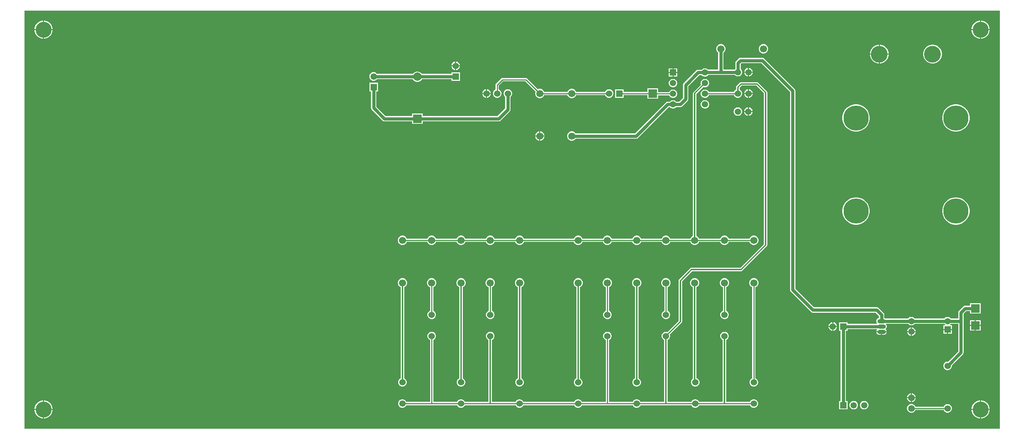
<source format=gtl>
G04*
G04 #@! TF.GenerationSoftware,Altium Limited,CircuitMaker,2.2.1 (2.2.1.6)*
G04*
G04 Layer_Physical_Order=1*
G04 Layer_Color=25308*
%FSAX24Y24*%
%MOIN*%
G70*
G04*
G04 #@! TF.SameCoordinates,9E9C5540-E167-4C1C-9640-90AE9AA1DF71*
G04*
G04*
G04 #@! TF.FilePolarity,Positive*
G04*
G01*
G75*
%ADD13C,0.0100*%
%ADD37R,0.0787X0.0787*%
%ADD38C,0.0300*%
%ADD39C,0.0120*%
%ADD40C,0.0669*%
%ADD41C,0.0787*%
%ADD42R,0.0600X0.0600*%
%ADD43C,0.0600*%
%ADD44C,0.1500*%
%ADD45C,0.0591*%
%ADD46R,0.0591X0.0591*%
%ADD47C,0.0630*%
%ADD48R,0.0591X0.0591*%
%ADD49O,0.0787X0.0394*%
%ADD50O,0.0787X0.0394*%
%ADD51C,0.2362*%
%ADD52C,0.1575*%
%ADD53R,0.0600X0.0600*%
%ADD54R,0.0610X0.0610*%
%ADD55C,0.0610*%
G36*
X101600Y010000D02*
X010000D01*
Y049300D01*
X101600D01*
Y010000D01*
D02*
G37*
%LPC*%
G36*
X099884Y048350D02*
X099850D01*
Y047550D01*
X100650D01*
Y047584D01*
X100617Y047748D01*
X100553Y047903D01*
X100460Y048042D01*
X100342Y048160D01*
X100203Y048253D01*
X100048Y048317D01*
X099884Y048350D01*
D02*
G37*
G36*
X099750D02*
X099716D01*
X099552Y048317D01*
X099397Y048253D01*
X099258Y048160D01*
X099140Y048042D01*
X099047Y047903D01*
X098983Y047748D01*
X098950Y047584D01*
Y047550D01*
X099750D01*
Y048350D01*
D02*
G37*
G36*
X011884D02*
X011850D01*
Y047550D01*
X012650D01*
Y047584D01*
X012617Y047748D01*
X012553Y047903D01*
X012460Y048042D01*
X012342Y048160D01*
X012203Y048253D01*
X012048Y048317D01*
X011884Y048350D01*
D02*
G37*
G36*
X011750D02*
X011716D01*
X011552Y048317D01*
X011397Y048253D01*
X011258Y048160D01*
X011140Y048042D01*
X011047Y047903D01*
X010983Y047748D01*
X010950Y047584D01*
Y047550D01*
X011750D01*
Y048350D01*
D02*
G37*
G36*
X100650Y047450D02*
X099850D01*
Y046650D01*
X099884D01*
X100048Y046683D01*
X100203Y046747D01*
X100342Y046840D01*
X100460Y046958D01*
X100553Y047097D01*
X100617Y047252D01*
X100650Y047416D01*
Y047450D01*
D02*
G37*
G36*
X099750D02*
X098950D01*
Y047416D01*
X098983Y047252D01*
X099047Y047097D01*
X099140Y046958D01*
X099258Y046840D01*
X099397Y046747D01*
X099552Y046683D01*
X099716Y046650D01*
X099750D01*
Y047450D01*
D02*
G37*
G36*
X012650D02*
X011850D01*
Y046650D01*
X011884D01*
X012048Y046683D01*
X012203Y046747D01*
X012342Y046840D01*
X012460Y046958D01*
X012553Y047097D01*
X012617Y047252D01*
X012650Y047416D01*
Y047450D01*
D02*
G37*
G36*
X011750D02*
X010950D01*
Y047416D01*
X010983Y047252D01*
X011047Y047097D01*
X011140Y046958D01*
X011258Y046840D01*
X011397Y046747D01*
X011552Y046683D01*
X011716Y046650D01*
X011750D01*
Y047450D01*
D02*
G37*
G36*
X079457Y046135D02*
X079343D01*
X079232Y046105D01*
X079133Y046048D01*
X079052Y045967D01*
X078995Y045868D01*
X078965Y045757D01*
Y045643D01*
X078995Y045532D01*
X079052Y045433D01*
X079133Y045352D01*
X079232Y045295D01*
X079343Y045265D01*
X079457D01*
X079568Y045295D01*
X079667Y045352D01*
X079748Y045433D01*
X079805Y045532D01*
X079835Y045643D01*
Y045757D01*
X079805Y045868D01*
X079748Y045967D01*
X079667Y046048D01*
X079568Y046105D01*
X079457Y046135D01*
D02*
G37*
G36*
X090378Y046087D02*
X090341D01*
Y045250D01*
X091178D01*
Y045287D01*
X091144Y045459D01*
X091077Y045620D01*
X090980Y045766D01*
X090857Y045889D01*
X090711Y045986D01*
X090550Y046053D01*
X090378Y046087D01*
D02*
G37*
G36*
X090241D02*
X090204D01*
X090032Y046053D01*
X089871Y045986D01*
X089725Y045889D01*
X089602Y045766D01*
X089505Y045620D01*
X089438Y045459D01*
X089404Y045287D01*
Y045250D01*
X090241D01*
Y046087D01*
D02*
G37*
G36*
X095378D02*
X095204D01*
X095032Y046053D01*
X094871Y045986D01*
X094725Y045889D01*
X094602Y045766D01*
X094505Y045620D01*
X094438Y045459D01*
X094404Y045287D01*
Y045113D01*
X094438Y044941D01*
X094505Y044780D01*
X094602Y044634D01*
X094725Y044511D01*
X094871Y044414D01*
X095032Y044347D01*
X095204Y044313D01*
X095378D01*
X095550Y044347D01*
X095711Y044414D01*
X095857Y044511D01*
X095980Y044634D01*
X096077Y044780D01*
X096144Y044941D01*
X096178Y045113D01*
Y045287D01*
X096144Y045459D01*
X096077Y045620D01*
X095980Y045766D01*
X095857Y045889D01*
X095711Y045986D01*
X095550Y046053D01*
X095378Y046087D01*
D02*
G37*
G36*
X091178Y045150D02*
X090341D01*
Y044313D01*
X090378D01*
X090550Y044347D01*
X090711Y044414D01*
X090857Y044511D01*
X090980Y044634D01*
X091077Y044780D01*
X091144Y044941D01*
X091178Y045113D01*
Y045150D01*
D02*
G37*
G36*
X090241D02*
X089404D01*
Y045113D01*
X089438Y044941D01*
X089505Y044780D01*
X089602Y044634D01*
X089725Y044511D01*
X089871Y044414D01*
X090032Y044347D01*
X090204Y044313D01*
X090241D01*
Y045150D01*
D02*
G37*
G36*
X050553Y044500D02*
X050550D01*
Y044150D01*
X050900D01*
Y044153D01*
X050873Y044254D01*
X050820Y044346D01*
X050746Y044420D01*
X050654Y044473D01*
X050553Y044500D01*
D02*
G37*
G36*
X050450D02*
X050447D01*
X050346Y044473D01*
X050254Y044420D01*
X050180Y044346D01*
X050127Y044254D01*
X050100Y044153D01*
Y044150D01*
X050450D01*
Y044500D01*
D02*
G37*
G36*
X050900Y044050D02*
X050550D01*
Y043700D01*
X050553D01*
X050654Y043727D01*
X050746Y043780D01*
X050820Y043854D01*
X050873Y043946D01*
X050900Y044047D01*
Y044050D01*
D02*
G37*
G36*
X050450D02*
X050100D01*
Y044047D01*
X050127Y043946D01*
X050180Y043854D01*
X050254Y043780D01*
X050346Y043727D01*
X050447Y043700D01*
X050450D01*
Y044050D01*
D02*
G37*
G36*
X078052Y043895D02*
X078050D01*
Y043550D01*
X078395D01*
Y043552D01*
X078368Y043653D01*
X078316Y043743D01*
X078243Y043816D01*
X078153Y043868D01*
X078052Y043895D01*
D02*
G37*
G36*
X077950D02*
X077948D01*
X077847Y043868D01*
X077757Y043816D01*
X077684Y043743D01*
X077632Y043653D01*
X077605Y043552D01*
Y043550D01*
X077950D01*
Y043895D01*
D02*
G37*
G36*
X071310Y043866D02*
X070964D01*
Y043521D01*
X071310D01*
Y043866D01*
D02*
G37*
G36*
X070864D02*
X070519D01*
Y043521D01*
X070864D01*
Y043866D01*
D02*
G37*
G36*
X046965Y043562D02*
X046835D01*
X046709Y043529D01*
X046597Y043464D01*
X046505Y043372D01*
X046495Y043355D01*
X043118D01*
X043049Y043424D01*
X042956Y043478D01*
X042853Y043505D01*
X042747D01*
X042644Y043478D01*
X042551Y043424D01*
X042476Y043349D01*
X042422Y043256D01*
X042395Y043153D01*
Y043047D01*
X042422Y042944D01*
X042476Y042851D01*
X042551Y042776D01*
X042644Y042722D01*
X042747Y042695D01*
X042853D01*
X042956Y042722D01*
X043049Y042776D01*
X043118Y042845D01*
X046459D01*
X046505Y042765D01*
X046597Y042673D01*
X046709Y042608D01*
X046835Y042575D01*
X046965D01*
X047091Y042608D01*
X047203Y042673D01*
X047295Y042765D01*
X047341Y042845D01*
X050100D01*
Y042700D01*
X050900D01*
Y043500D01*
X050100D01*
Y043355D01*
X047305D01*
X047295Y043372D01*
X047203Y043464D01*
X047091Y043529D01*
X046965Y043562D01*
D02*
G37*
G36*
X078395Y043450D02*
X078050D01*
Y043105D01*
X078052D01*
X078153Y043132D01*
X078243Y043184D01*
X078316Y043257D01*
X078368Y043347D01*
X078395Y043448D01*
Y043450D01*
D02*
G37*
G36*
X077950D02*
X077605D01*
Y043448D01*
X077632Y043347D01*
X077684Y043257D01*
X077757Y043184D01*
X077847Y043132D01*
X077948Y043105D01*
X077950D01*
Y043450D01*
D02*
G37*
G36*
X071310Y043421D02*
X070964D01*
Y043076D01*
X071310D01*
Y043421D01*
D02*
G37*
G36*
X070864D02*
X070519D01*
Y043076D01*
X070864D01*
Y043421D01*
D02*
G37*
G36*
X073966Y042866D02*
X073862D01*
X073762Y042839D01*
X073672Y042787D01*
X073598Y042714D01*
X073546Y042623D01*
X073519Y042523D01*
Y042419D01*
X073543Y042330D01*
X072835Y041622D01*
X072799Y041569D01*
X072787Y041507D01*
Y028106D01*
X072782Y028105D01*
X072683Y028048D01*
X072602Y027967D01*
X072545Y027868D01*
X072541Y027853D01*
X070659D01*
X070655Y027868D01*
X070598Y027967D01*
X070517Y028048D01*
X070418Y028105D01*
X070307Y028135D01*
X070193D01*
X070082Y028105D01*
X069983Y028048D01*
X069902Y027967D01*
X069845Y027868D01*
X069841Y027853D01*
X067909D01*
X067905Y027868D01*
X067848Y027967D01*
X067767Y028048D01*
X067668Y028105D01*
X067557Y028135D01*
X067443D01*
X067332Y028105D01*
X067233Y028048D01*
X067152Y027967D01*
X067095Y027868D01*
X067091Y027853D01*
X065159D01*
X065155Y027868D01*
X065098Y027967D01*
X065017Y028048D01*
X064918Y028105D01*
X064807Y028135D01*
X064693D01*
X064582Y028105D01*
X064483Y028048D01*
X064402Y027967D01*
X064345Y027868D01*
X064341Y027853D01*
X062409D01*
X062405Y027868D01*
X062348Y027967D01*
X062267Y028048D01*
X062168Y028105D01*
X062057Y028135D01*
X061943D01*
X061832Y028105D01*
X061733Y028048D01*
X061652Y027967D01*
X061595Y027868D01*
X061591Y027853D01*
X056909D01*
X056905Y027868D01*
X056848Y027967D01*
X056767Y028048D01*
X056668Y028105D01*
X056557Y028135D01*
X056443D01*
X056332Y028105D01*
X056233Y028048D01*
X056152Y027967D01*
X056095Y027868D01*
X056091Y027853D01*
X054159D01*
X054155Y027868D01*
X054098Y027967D01*
X054017Y028048D01*
X053918Y028105D01*
X053807Y028135D01*
X053693D01*
X053582Y028105D01*
X053483Y028048D01*
X053402Y027967D01*
X053345Y027868D01*
X053341Y027853D01*
X051409D01*
X051405Y027868D01*
X051348Y027967D01*
X051267Y028048D01*
X051168Y028105D01*
X051057Y028135D01*
X050943D01*
X050832Y028105D01*
X050733Y028048D01*
X050652Y027967D01*
X050595Y027868D01*
X050591Y027853D01*
X048659D01*
X048655Y027868D01*
X048598Y027967D01*
X048517Y028048D01*
X048418Y028105D01*
X048307Y028135D01*
X048193D01*
X048082Y028105D01*
X047983Y028048D01*
X047902Y027967D01*
X047845Y027868D01*
X047841Y027853D01*
X045909D01*
X045905Y027868D01*
X045848Y027967D01*
X045767Y028048D01*
X045668Y028105D01*
X045557Y028135D01*
X045443D01*
X045332Y028105D01*
X045233Y028048D01*
X045152Y027967D01*
X045095Y027868D01*
X045065Y027757D01*
Y027643D01*
X045095Y027532D01*
X045152Y027433D01*
X045233Y027352D01*
X045332Y027295D01*
X045443Y027265D01*
X045557D01*
X045668Y027295D01*
X045767Y027352D01*
X045848Y027433D01*
X045905Y027532D01*
X045909Y027547D01*
X047841D01*
X047845Y027532D01*
X047902Y027433D01*
X047983Y027352D01*
X048082Y027295D01*
X048193Y027265D01*
X048307D01*
X048418Y027295D01*
X048517Y027352D01*
X048598Y027433D01*
X048655Y027532D01*
X048659Y027547D01*
X050591D01*
X050595Y027532D01*
X050652Y027433D01*
X050733Y027352D01*
X050832Y027295D01*
X050943Y027265D01*
X051057D01*
X051168Y027295D01*
X051267Y027352D01*
X051348Y027433D01*
X051405Y027532D01*
X051409Y027547D01*
X053341D01*
X053345Y027532D01*
X053402Y027433D01*
X053483Y027352D01*
X053582Y027295D01*
X053693Y027265D01*
X053807D01*
X053918Y027295D01*
X054017Y027352D01*
X054098Y027433D01*
X054155Y027532D01*
X054159Y027547D01*
X056091D01*
X056095Y027532D01*
X056152Y027433D01*
X056233Y027352D01*
X056332Y027295D01*
X056443Y027265D01*
X056557D01*
X056668Y027295D01*
X056767Y027352D01*
X056848Y027433D01*
X056905Y027532D01*
X056909Y027547D01*
X061591D01*
X061595Y027532D01*
X061652Y027433D01*
X061733Y027352D01*
X061832Y027295D01*
X061943Y027265D01*
X062057D01*
X062168Y027295D01*
X062267Y027352D01*
X062348Y027433D01*
X062405Y027532D01*
X062409Y027547D01*
X064341D01*
X064345Y027532D01*
X064402Y027433D01*
X064483Y027352D01*
X064582Y027295D01*
X064693Y027265D01*
X064807D01*
X064918Y027295D01*
X065017Y027352D01*
X065098Y027433D01*
X065155Y027532D01*
X065159Y027547D01*
X067091D01*
X067095Y027532D01*
X067152Y027433D01*
X067233Y027352D01*
X067332Y027295D01*
X067443Y027265D01*
X067557D01*
X067668Y027295D01*
X067767Y027352D01*
X067848Y027433D01*
X067905Y027532D01*
X067909Y027547D01*
X069841D01*
X069845Y027532D01*
X069902Y027433D01*
X069983Y027352D01*
X070082Y027295D01*
X070193Y027265D01*
X070307D01*
X070418Y027295D01*
X070517Y027352D01*
X070598Y027433D01*
X070655Y027532D01*
X070659Y027547D01*
X072541D01*
X072545Y027532D01*
X072602Y027433D01*
X072683Y027352D01*
X072782Y027295D01*
X072893Y027265D01*
X073007D01*
X073118Y027295D01*
X073217Y027352D01*
X073298Y027433D01*
X073355Y027532D01*
X073359Y027547D01*
X075341D01*
X075345Y027532D01*
X075402Y027433D01*
X075483Y027352D01*
X075582Y027295D01*
X075693Y027265D01*
X075807D01*
X075918Y027295D01*
X076017Y027352D01*
X076098Y027433D01*
X076155Y027532D01*
X076159Y027547D01*
X078091D01*
X078095Y027532D01*
X078152Y027433D01*
X078233Y027352D01*
X078332Y027295D01*
X078443Y027265D01*
X078557D01*
X078668Y027295D01*
X078767Y027352D01*
X078848Y027433D01*
X078905Y027532D01*
X078935Y027643D01*
Y027757D01*
X078905Y027868D01*
X078848Y027967D01*
X078767Y028048D01*
X078668Y028105D01*
X078557Y028135D01*
X078443D01*
X078332Y028105D01*
X078233Y028048D01*
X078152Y027967D01*
X078095Y027868D01*
X078091Y027853D01*
X076159D01*
X076155Y027868D01*
X076098Y027967D01*
X076017Y028048D01*
X075918Y028105D01*
X075807Y028135D01*
X075693D01*
X075582Y028105D01*
X075483Y028048D01*
X075402Y027967D01*
X075345Y027868D01*
X075341Y027853D01*
X073359D01*
X073355Y027868D01*
X073298Y027967D01*
X073217Y028048D01*
X073118Y028105D01*
X073113Y028106D01*
Y041439D01*
X073773Y042099D01*
X073862Y042076D01*
X073966D01*
X074067Y042103D01*
X074157Y042155D01*
X074231Y042228D01*
X074283Y042318D01*
X074310Y042419D01*
Y042523D01*
X074283Y042623D01*
X074231Y042714D01*
X074157Y042787D01*
X074067Y042839D01*
X073966Y042866D01*
D02*
G37*
G36*
X070966D02*
X070862D01*
X070762Y042839D01*
X070672Y042787D01*
X070598Y042714D01*
X070546Y042623D01*
X070519Y042523D01*
Y042419D01*
X070546Y042318D01*
X070598Y042228D01*
X070672Y042155D01*
X070762Y042103D01*
X070862Y042076D01*
X070966D01*
X071067Y042103D01*
X071157Y042155D01*
X071231Y042228D01*
X071283Y042318D01*
X071310Y042419D01*
Y042523D01*
X071283Y042623D01*
X071231Y042714D01*
X071157Y042787D01*
X071067Y042839D01*
X070966Y042866D01*
D02*
G37*
G36*
X069494Y041994D02*
X068506D01*
Y041653D01*
X066292D01*
Y041900D01*
X065492D01*
Y041100D01*
X066292D01*
Y041347D01*
X068506D01*
Y041006D01*
X069494D01*
Y041318D01*
X070546D01*
X070598Y041228D01*
X070672Y041155D01*
X070762Y041103D01*
X070862Y041076D01*
X070966D01*
X071067Y041103D01*
X071157Y041155D01*
X071231Y041228D01*
X071283Y041318D01*
X071310Y041419D01*
Y041523D01*
X071283Y041623D01*
X071231Y041714D01*
X071157Y041787D01*
X071067Y041839D01*
X070966Y041866D01*
X070862D01*
X070762Y041839D01*
X070672Y041787D01*
X070598Y041714D01*
X070546Y041624D01*
X069494D01*
Y041994D01*
D02*
G37*
G36*
X053453Y041900D02*
X053450D01*
Y041550D01*
X053800D01*
Y041553D01*
X053773Y041654D01*
X053720Y041746D01*
X053646Y041820D01*
X053554Y041873D01*
X053453Y041900D01*
D02*
G37*
G36*
X078053D02*
X078050D01*
Y041550D01*
X078400D01*
Y041553D01*
X078373Y041654D01*
X078320Y041746D01*
X078246Y041820D01*
X078154Y041873D01*
X078053Y041900D01*
D02*
G37*
G36*
X077950D02*
X077947D01*
X077846Y041873D01*
X077754Y041820D01*
X077680Y041746D01*
X077627Y041654D01*
X077600Y041553D01*
Y041550D01*
X077950D01*
Y041900D01*
D02*
G37*
G36*
X053350D02*
X053347D01*
X053246Y041873D01*
X053154Y041820D01*
X053080Y041746D01*
X053027Y041654D01*
X053000Y041553D01*
Y041550D01*
X053350D01*
Y041900D01*
D02*
G37*
G36*
X057100Y042953D02*
X054900D01*
X054841Y042941D01*
X054792Y042908D01*
X054292Y042408D01*
X054259Y042359D01*
X054247Y042300D01*
Y041873D01*
X054246Y041873D01*
X054154Y041820D01*
X054080Y041746D01*
X054027Y041654D01*
X054000Y041553D01*
Y041447D01*
X054027Y041346D01*
X054080Y041254D01*
X054154Y041180D01*
X054246Y041127D01*
X054347Y041100D01*
X054453D01*
X054554Y041127D01*
X054646Y041180D01*
X054720Y041254D01*
X054773Y041346D01*
X054800Y041447D01*
Y041553D01*
X054773Y041654D01*
X054720Y041746D01*
X054646Y041820D01*
X054554Y041873D01*
X054553Y041873D01*
Y042237D01*
X054963Y042647D01*
X057037D01*
X058003Y041681D01*
X057995Y041668D01*
X057965Y041557D01*
Y041443D01*
X057995Y041332D01*
X058052Y041233D01*
X058133Y041152D01*
X058232Y041095D01*
X058343Y041065D01*
X058457D01*
X058568Y041095D01*
X058667Y041152D01*
X058748Y041233D01*
X058805Y041332D01*
X058809Y041347D01*
X060991D01*
X060995Y041332D01*
X061052Y041233D01*
X061133Y041152D01*
X061232Y041095D01*
X061343Y041065D01*
X061457D01*
X061568Y041095D01*
X061667Y041152D01*
X061748Y041233D01*
X061805Y041332D01*
X061809Y041347D01*
X064535D01*
X064535Y041346D01*
X064588Y041254D01*
X064662Y041180D01*
X064754Y041127D01*
X064855Y041100D01*
X064961D01*
X065062Y041127D01*
X065154Y041180D01*
X065228Y041254D01*
X065281Y041346D01*
X065308Y041447D01*
Y041553D01*
X065281Y041654D01*
X065228Y041746D01*
X065154Y041820D01*
X065062Y041873D01*
X064961Y041900D01*
X064855D01*
X064754Y041873D01*
X064662Y041820D01*
X064588Y041746D01*
X064535Y041654D01*
X064535Y041653D01*
X061809D01*
X061805Y041668D01*
X061748Y041767D01*
X061667Y041848D01*
X061568Y041905D01*
X061457Y041935D01*
X061343D01*
X061232Y041905D01*
X061133Y041848D01*
X061052Y041767D01*
X060995Y041668D01*
X060991Y041653D01*
X058809D01*
X058805Y041668D01*
X058748Y041767D01*
X058667Y041848D01*
X058568Y041905D01*
X058457Y041935D01*
X058343D01*
X058232Y041905D01*
X058219Y041897D01*
X057208Y042908D01*
X057159Y042941D01*
X057100Y042953D01*
D02*
G37*
G36*
X078400Y041450D02*
X078050D01*
Y041100D01*
X078053D01*
X078154Y041127D01*
X078246Y041180D01*
X078320Y041254D01*
X078373Y041346D01*
X078400Y041447D01*
Y041450D01*
D02*
G37*
G36*
X077950D02*
X077600D01*
Y041447D01*
X077627Y041346D01*
X077680Y041254D01*
X077754Y041180D01*
X077846Y041127D01*
X077947Y041100D01*
X077950D01*
Y041450D01*
D02*
G37*
G36*
X053800D02*
X053450D01*
Y041100D01*
X053453D01*
X053554Y041127D01*
X053646Y041180D01*
X053720Y041254D01*
X053773Y041346D01*
X053800Y041447D01*
Y041450D01*
D02*
G37*
G36*
X053350D02*
X053000D01*
Y041447D01*
X053027Y041346D01*
X053080Y041254D01*
X053154Y041180D01*
X053246Y041127D01*
X053347Y041100D01*
X053350D01*
Y041450D01*
D02*
G37*
G36*
X073966Y040866D02*
X073862D01*
X073762Y040839D01*
X073672Y040787D01*
X073598Y040714D01*
X073546Y040623D01*
X073519Y040523D01*
Y040419D01*
X073546Y040318D01*
X073598Y040228D01*
X073672Y040155D01*
X073762Y040103D01*
X073862Y040076D01*
X073966D01*
X074067Y040103D01*
X074157Y040155D01*
X074231Y040228D01*
X074283Y040318D01*
X074310Y040419D01*
Y040523D01*
X074283Y040623D01*
X074231Y040714D01*
X074157Y040787D01*
X074067Y040839D01*
X073966Y040866D01*
D02*
G37*
G36*
X078044Y040195D02*
X078042D01*
Y039850D01*
X078387D01*
Y039852D01*
X078360Y039953D01*
X078308Y040043D01*
X078235Y040116D01*
X078145Y040168D01*
X078044Y040195D01*
D02*
G37*
G36*
X077942D02*
X077940D01*
X077840Y040168D01*
X077749Y040116D01*
X077676Y040043D01*
X077624Y039953D01*
X077597Y039852D01*
Y039850D01*
X077942D01*
Y040195D01*
D02*
G37*
G36*
X078387Y039750D02*
X078042D01*
Y039405D01*
X078044D01*
X078145Y039432D01*
X078235Y039484D01*
X078308Y039557D01*
X078360Y039647D01*
X078387Y039748D01*
Y039750D01*
D02*
G37*
G36*
X077942D02*
X077597D01*
Y039748D01*
X077624Y039647D01*
X077676Y039557D01*
X077749Y039484D01*
X077840Y039432D01*
X077940Y039405D01*
X077942D01*
Y039750D01*
D02*
G37*
G36*
X077060Y040195D02*
X076956D01*
X076855Y040168D01*
X076765Y040116D01*
X076692Y040043D01*
X076640Y039953D01*
X076613Y039852D01*
Y039748D01*
X076640Y039647D01*
X076692Y039557D01*
X076765Y039484D01*
X076855Y039432D01*
X076956Y039405D01*
X077060D01*
X077160Y039432D01*
X077251Y039484D01*
X077324Y039557D01*
X077376Y039647D01*
X077403Y039748D01*
Y039852D01*
X077376Y039953D01*
X077324Y040043D01*
X077251Y040116D01*
X077160Y040168D01*
X077060Y040195D01*
D02*
G37*
G36*
X043205Y042505D02*
X042395D01*
Y041695D01*
X042545D01*
Y040150D01*
X042565Y040052D01*
X042620Y039970D01*
X043638Y038951D01*
X043721Y038896D01*
X043818Y038877D01*
X046406D01*
Y038638D01*
X047394D01*
Y038877D01*
X054531D01*
X054629Y038896D01*
X054712Y038951D01*
X055580Y039820D01*
X055635Y039902D01*
X055655Y040000D01*
Y041189D01*
X055720Y041254D01*
X055773Y041346D01*
X055800Y041447D01*
Y041553D01*
X055773Y041654D01*
X055720Y041746D01*
X055646Y041820D01*
X055554Y041873D01*
X055453Y041900D01*
X055347D01*
X055246Y041873D01*
X055154Y041820D01*
X055080Y041746D01*
X055027Y041654D01*
X055000Y041553D01*
Y041447D01*
X055027Y041346D01*
X055080Y041254D01*
X055145Y041189D01*
Y040106D01*
X054426Y039386D01*
X047394D01*
Y039625D01*
X046406D01*
Y039386D01*
X043924D01*
X043055Y040256D01*
Y041695D01*
X043205D01*
Y042505D01*
D02*
G37*
G36*
X097583Y040481D02*
X097381D01*
X097182Y040450D01*
X096990Y040387D01*
X096810Y040296D01*
X096647Y040177D01*
X096505Y040035D01*
X096386Y039871D01*
X096295Y039692D01*
X096232Y039500D01*
X096201Y039301D01*
Y039099D01*
X096232Y038900D01*
X096295Y038708D01*
X096386Y038529D01*
X096505Y038365D01*
X096647Y038223D01*
X096810Y038104D01*
X096990Y038013D01*
X097182Y037950D01*
X097381Y037919D01*
X097583D01*
X097782Y037950D01*
X097974Y038013D01*
X098153Y038104D01*
X098316Y038223D01*
X098459Y038365D01*
X098578Y038529D01*
X098669Y038708D01*
X098731Y038900D01*
X098763Y039099D01*
Y039301D01*
X098731Y039500D01*
X098669Y039692D01*
X098578Y039871D01*
X098459Y040035D01*
X098316Y040177D01*
X098153Y040296D01*
X097974Y040387D01*
X097782Y040450D01*
X097583Y040481D01*
D02*
G37*
G36*
X088201D02*
X087999D01*
X087800Y040450D01*
X087608Y040387D01*
X087429Y040296D01*
X087265Y040177D01*
X087123Y040035D01*
X087004Y039871D01*
X086913Y039692D01*
X086850Y039500D01*
X086819Y039301D01*
Y039099D01*
X086850Y038900D01*
X086913Y038708D01*
X087004Y038529D01*
X087123Y038365D01*
X087265Y038223D01*
X087429Y038104D01*
X087608Y038013D01*
X087800Y037950D01*
X087999Y037919D01*
X088201D01*
X088400Y037950D01*
X088592Y038013D01*
X088771Y038104D01*
X088935Y038223D01*
X089077Y038365D01*
X089196Y038529D01*
X089287Y038708D01*
X089350Y038900D01*
X089381Y039099D01*
Y039301D01*
X089350Y039500D01*
X089287Y039692D01*
X089196Y039871D01*
X089077Y040035D01*
X088935Y040177D01*
X088771Y040296D01*
X088592Y040387D01*
X088400Y040450D01*
X088201Y040481D01*
D02*
G37*
G36*
X058457Y037935D02*
X058450D01*
Y037550D01*
X058835D01*
Y037557D01*
X058805Y037668D01*
X058748Y037767D01*
X058667Y037848D01*
X058568Y037905D01*
X058457Y037935D01*
D02*
G37*
G36*
X058350D02*
X058343D01*
X058232Y037905D01*
X058133Y037848D01*
X058052Y037767D01*
X057995Y037668D01*
X057965Y037557D01*
Y037550D01*
X058350D01*
Y037935D01*
D02*
G37*
G36*
X058835Y037450D02*
X058450D01*
Y037065D01*
X058457D01*
X058568Y037095D01*
X058667Y037152D01*
X058748Y037233D01*
X058805Y037332D01*
X058835Y037443D01*
Y037450D01*
D02*
G37*
G36*
X058350D02*
X057965D01*
Y037443D01*
X057995Y037332D01*
X058052Y037233D01*
X058133Y037152D01*
X058232Y037095D01*
X058343Y037065D01*
X058350D01*
Y037450D01*
D02*
G37*
G36*
X097583Y031729D02*
X097381D01*
X097182Y031698D01*
X096990Y031635D01*
X096810Y031544D01*
X096647Y031425D01*
X096505Y031283D01*
X096386Y031119D01*
X096295Y030940D01*
X096232Y030748D01*
X096201Y030549D01*
Y030347D01*
X096232Y030148D01*
X096295Y029956D01*
X096386Y029777D01*
X096505Y029613D01*
X096647Y029471D01*
X096810Y029352D01*
X096990Y029261D01*
X097182Y029198D01*
X097381Y029167D01*
X097583D01*
X097782Y029198D01*
X097974Y029261D01*
X098153Y029352D01*
X098316Y029471D01*
X098459Y029613D01*
X098578Y029777D01*
X098669Y029956D01*
X098731Y030148D01*
X098763Y030347D01*
Y030549D01*
X098731Y030748D01*
X098669Y030940D01*
X098578Y031119D01*
X098459Y031283D01*
X098316Y031425D01*
X098153Y031544D01*
X097974Y031635D01*
X097782Y031698D01*
X097583Y031729D01*
D02*
G37*
G36*
X088201D02*
X087999D01*
X087800Y031698D01*
X087608Y031635D01*
X087429Y031544D01*
X087265Y031425D01*
X087123Y031283D01*
X087004Y031119D01*
X086913Y030940D01*
X086850Y030748D01*
X086819Y030549D01*
Y030347D01*
X086850Y030148D01*
X086913Y029956D01*
X087004Y029777D01*
X087123Y029613D01*
X087265Y029471D01*
X087429Y029352D01*
X087608Y029261D01*
X087800Y029198D01*
X087999Y029167D01*
X088201D01*
X088400Y029198D01*
X088592Y029261D01*
X088771Y029352D01*
X088935Y029471D01*
X089077Y029613D01*
X089196Y029777D01*
X089287Y029956D01*
X089350Y030148D01*
X089381Y030347D01*
Y030549D01*
X089350Y030748D01*
X089287Y030940D01*
X089196Y031119D01*
X089077Y031283D01*
X088935Y031425D01*
X088771Y031544D01*
X088592Y031635D01*
X088400Y031698D01*
X088201Y031729D01*
D02*
G37*
G36*
X075457Y046135D02*
X075343D01*
X075232Y046105D01*
X075133Y046048D01*
X075052Y045967D01*
X074995Y045868D01*
X074965Y045757D01*
Y045643D01*
X074995Y045532D01*
X075052Y045433D01*
X075133Y045352D01*
X075145Y045345D01*
Y043755D01*
X074189D01*
X074157Y043787D01*
X074067Y043839D01*
X073966Y043866D01*
X073862D01*
X073762Y043839D01*
X073672Y043787D01*
X073610Y043726D01*
X073271D01*
X073173Y043706D01*
X073091Y043651D01*
X071920Y042480D01*
X071865Y042398D01*
X071845Y042300D01*
Y041076D01*
X071494Y040726D01*
X071218D01*
X071157Y040787D01*
X071067Y040839D01*
X070966Y040866D01*
X070862D01*
X070762Y040839D01*
X070672Y040787D01*
X070610Y040726D01*
X070421D01*
X070323Y040706D01*
X070241Y040651D01*
X067344Y037755D01*
X061755D01*
X061748Y037767D01*
X061667Y037848D01*
X061568Y037905D01*
X061457Y037935D01*
X061343D01*
X061232Y037905D01*
X061133Y037848D01*
X061052Y037767D01*
X060995Y037668D01*
X060965Y037557D01*
Y037443D01*
X060995Y037332D01*
X061052Y037233D01*
X061133Y037152D01*
X061232Y037095D01*
X061343Y037065D01*
X061457D01*
X061568Y037095D01*
X061667Y037152D01*
X061748Y037233D01*
X061755Y037245D01*
X067450D01*
X067548Y037264D01*
X067630Y037320D01*
X070526Y040216D01*
X070610D01*
X070672Y040155D01*
X070762Y040103D01*
X070862Y040076D01*
X070966D01*
X071067Y040103D01*
X071157Y040155D01*
X071218Y040216D01*
X071600D01*
X071698Y040235D01*
X071780Y040291D01*
X072280Y040791D01*
X072336Y040873D01*
X072355Y040971D01*
Y042194D01*
X073376Y043216D01*
X073610D01*
X073672Y043155D01*
X073762Y043103D01*
X073862Y043076D01*
X073966D01*
X074067Y043103D01*
X074157Y043155D01*
X074231Y043228D01*
X074240Y043245D01*
X076712D01*
X076773Y043184D01*
X076863Y043132D01*
X076964Y043105D01*
X077068D01*
X077168Y043132D01*
X077258Y043184D01*
X077332Y043257D01*
X077384Y043347D01*
X077411Y043448D01*
Y043552D01*
X077384Y043653D01*
X077332Y043743D01*
X077271Y043804D01*
Y044260D01*
X077356Y044345D01*
X079194D01*
X081895Y041644D01*
Y023050D01*
X081915Y022952D01*
X081970Y022870D01*
X083870Y020970D01*
X083952Y020914D01*
X084050Y020895D01*
X089944D01*
X090245Y020594D01*
Y020392D01*
X090226Y020389D01*
X090153Y020359D01*
X090091Y020312D01*
X090044Y020250D01*
X090014Y020177D01*
X090004Y020100D01*
X090014Y020023D01*
X090044Y019950D01*
X090079Y019905D01*
X090057Y019855D01*
X087300D01*
Y020000D01*
X086500D01*
Y019200D01*
X086645D01*
Y012595D01*
X086505D01*
Y011805D01*
X087295D01*
Y012595D01*
X087155D01*
Y019200D01*
X087300D01*
Y019345D01*
X090057D01*
X090079Y019295D01*
X090044Y019250D01*
X090014Y019177D01*
X090010Y019150D01*
X090500D01*
X090990D01*
X090986Y019177D01*
X090956Y019250D01*
X090909Y019312D01*
X090891Y019325D01*
Y019375D01*
X090909Y019388D01*
X090956Y019450D01*
X090986Y019523D01*
X090996Y019600D01*
X090986Y019677D01*
X090956Y019750D01*
X090921Y019795D01*
X090943Y019845D01*
X092996D01*
X093057Y019784D01*
X093147Y019732D01*
X093248Y019705D01*
X093352D01*
X093453Y019732D01*
X093543Y019784D01*
X093604Y019845D01*
X096396D01*
X096457Y019784D01*
X096502Y019758D01*
X096489Y019708D01*
X096305D01*
Y019363D01*
X096700D01*
X097095D01*
Y019708D01*
X096911D01*
X096898Y019758D01*
X096943Y019784D01*
X097004Y019845D01*
X097695D01*
Y017256D01*
X096740Y016300D01*
X096647D01*
X096546Y016273D01*
X096454Y016220D01*
X096380Y016146D01*
X096327Y016054D01*
X096300Y015953D01*
Y015847D01*
X096327Y015746D01*
X096380Y015654D01*
X096454Y015580D01*
X096546Y015527D01*
X096647Y015500D01*
X096753D01*
X096854Y015527D01*
X096946Y015580D01*
X097020Y015654D01*
X097073Y015746D01*
X097100Y015847D01*
Y015940D01*
X098130Y016970D01*
X098185Y017052D01*
X098205Y017150D01*
Y020794D01*
X098456Y021045D01*
X098806D01*
Y020806D01*
X099794D01*
Y021794D01*
X098806D01*
Y021555D01*
X098350D01*
X098252Y021535D01*
X098170Y021480D01*
X097770Y021080D01*
X097715Y020998D01*
X097695Y020900D01*
Y020355D01*
X097004D01*
X096943Y020416D01*
X096853Y020468D01*
X096752Y020495D01*
X096648D01*
X096547Y020468D01*
X096457Y020416D01*
X096396Y020355D01*
X093604D01*
X093543Y020416D01*
X093453Y020468D01*
X093352Y020495D01*
X093248D01*
X093147Y020468D01*
X093057Y020416D01*
X092996Y020355D01*
X090852D01*
X090847Y020359D01*
X090774Y020389D01*
X090755Y020392D01*
Y020700D01*
X090735Y020798D01*
X090680Y020880D01*
X090230Y021330D01*
X090148Y021386D01*
X090050Y021405D01*
X084156D01*
X082405Y023156D01*
Y041750D01*
X082385Y041848D01*
X082330Y041930D01*
X079480Y044780D01*
X079398Y044836D01*
X079300Y044855D01*
X077250D01*
X077152Y044836D01*
X077070Y044780D01*
X076835Y044546D01*
X076780Y044463D01*
X076761Y044366D01*
Y043804D01*
X076712Y043755D01*
X075655D01*
Y045345D01*
X075667Y045352D01*
X075748Y045433D01*
X075805Y045532D01*
X075835Y045643D01*
Y045757D01*
X075805Y045868D01*
X075748Y045967D01*
X075667Y046048D01*
X075568Y046105D01*
X075457Y046135D01*
D02*
G37*
G36*
X075807Y024135D02*
X075693D01*
X075582Y024105D01*
X075483Y024048D01*
X075402Y023967D01*
X075345Y023868D01*
X075315Y023757D01*
Y023643D01*
X075345Y023532D01*
X075402Y023433D01*
X075483Y023352D01*
X075582Y023295D01*
X075597Y023291D01*
Y021073D01*
X075596Y021073D01*
X075504Y021020D01*
X075430Y020946D01*
X075377Y020854D01*
X075350Y020753D01*
Y020647D01*
X075377Y020546D01*
X075430Y020454D01*
X075504Y020380D01*
X075596Y020327D01*
X075697Y020300D01*
X075803D01*
X075904Y020327D01*
X075996Y020380D01*
X076070Y020454D01*
X076123Y020546D01*
X076150Y020647D01*
Y020753D01*
X076123Y020854D01*
X076070Y020946D01*
X075996Y021020D01*
X075904Y021073D01*
X075903Y021073D01*
Y023291D01*
X075918Y023295D01*
X076017Y023352D01*
X076098Y023433D01*
X076155Y023532D01*
X076185Y023643D01*
Y023757D01*
X076155Y023868D01*
X076098Y023967D01*
X076017Y024048D01*
X075918Y024105D01*
X075807Y024135D01*
D02*
G37*
G36*
X070307D02*
X070193D01*
X070082Y024105D01*
X069983Y024048D01*
X069902Y023967D01*
X069845Y023868D01*
X069815Y023757D01*
Y023643D01*
X069845Y023532D01*
X069902Y023433D01*
X069983Y023352D01*
X070082Y023295D01*
X070097Y023291D01*
Y021073D01*
X070096Y021073D01*
X070004Y021020D01*
X069930Y020946D01*
X069877Y020854D01*
X069850Y020753D01*
Y020647D01*
X069877Y020546D01*
X069930Y020454D01*
X070004Y020380D01*
X070096Y020327D01*
X070197Y020300D01*
X070303D01*
X070404Y020327D01*
X070496Y020380D01*
X070570Y020454D01*
X070623Y020546D01*
X070650Y020647D01*
Y020753D01*
X070623Y020854D01*
X070570Y020946D01*
X070496Y021020D01*
X070404Y021073D01*
X070403Y021073D01*
Y023291D01*
X070418Y023295D01*
X070517Y023352D01*
X070598Y023433D01*
X070655Y023532D01*
X070685Y023643D01*
Y023757D01*
X070655Y023868D01*
X070598Y023967D01*
X070517Y024048D01*
X070418Y024105D01*
X070307Y024135D01*
D02*
G37*
G36*
X064807D02*
X064693D01*
X064582Y024105D01*
X064483Y024048D01*
X064402Y023967D01*
X064345Y023868D01*
X064315Y023757D01*
Y023643D01*
X064345Y023532D01*
X064402Y023433D01*
X064483Y023352D01*
X064582Y023295D01*
X064597Y023291D01*
Y021073D01*
X064596Y021073D01*
X064504Y021020D01*
X064430Y020946D01*
X064377Y020854D01*
X064350Y020753D01*
Y020647D01*
X064377Y020546D01*
X064430Y020454D01*
X064504Y020380D01*
X064596Y020327D01*
X064697Y020300D01*
X064803D01*
X064904Y020327D01*
X064996Y020380D01*
X065070Y020454D01*
X065123Y020546D01*
X065150Y020647D01*
Y020753D01*
X065123Y020854D01*
X065070Y020946D01*
X064996Y021020D01*
X064904Y021073D01*
X064903Y021073D01*
Y023291D01*
X064918Y023295D01*
X065017Y023352D01*
X065098Y023433D01*
X065155Y023532D01*
X065185Y023643D01*
Y023757D01*
X065155Y023868D01*
X065098Y023967D01*
X065017Y024048D01*
X064918Y024105D01*
X064807Y024135D01*
D02*
G37*
G36*
X053807D02*
X053693D01*
X053582Y024105D01*
X053483Y024048D01*
X053402Y023967D01*
X053345Y023868D01*
X053315Y023757D01*
Y023643D01*
X053345Y023532D01*
X053402Y023433D01*
X053483Y023352D01*
X053582Y023295D01*
X053597Y023291D01*
Y021073D01*
X053596Y021073D01*
X053504Y021020D01*
X053430Y020946D01*
X053377Y020854D01*
X053350Y020753D01*
Y020647D01*
X053377Y020546D01*
X053430Y020454D01*
X053504Y020380D01*
X053596Y020327D01*
X053697Y020300D01*
X053803D01*
X053904Y020327D01*
X053996Y020380D01*
X054070Y020454D01*
X054123Y020546D01*
X054150Y020647D01*
Y020753D01*
X054123Y020854D01*
X054070Y020946D01*
X053996Y021020D01*
X053904Y021073D01*
X053903Y021073D01*
Y023291D01*
X053918Y023295D01*
X054017Y023352D01*
X054098Y023433D01*
X054155Y023532D01*
X054185Y023643D01*
Y023757D01*
X054155Y023868D01*
X054098Y023967D01*
X054017Y024048D01*
X053918Y024105D01*
X053807Y024135D01*
D02*
G37*
G36*
X048307D02*
X048193D01*
X048082Y024105D01*
X047983Y024048D01*
X047902Y023967D01*
X047845Y023868D01*
X047815Y023757D01*
Y023643D01*
X047845Y023532D01*
X047902Y023433D01*
X047983Y023352D01*
X048082Y023295D01*
X048097Y023291D01*
Y021073D01*
X048096Y021073D01*
X048004Y021020D01*
X047930Y020946D01*
X047877Y020854D01*
X047850Y020753D01*
Y020647D01*
X047877Y020546D01*
X047930Y020454D01*
X048004Y020380D01*
X048096Y020327D01*
X048197Y020300D01*
X048303D01*
X048404Y020327D01*
X048496Y020380D01*
X048570Y020454D01*
X048623Y020546D01*
X048650Y020647D01*
Y020753D01*
X048623Y020854D01*
X048570Y020946D01*
X048496Y021020D01*
X048404Y021073D01*
X048403Y021073D01*
Y023291D01*
X048418Y023295D01*
X048517Y023352D01*
X048598Y023433D01*
X048655Y023532D01*
X048685Y023643D01*
Y023757D01*
X048655Y023868D01*
X048598Y023967D01*
X048517Y024048D01*
X048418Y024105D01*
X048307Y024135D01*
D02*
G37*
G36*
X099794Y020194D02*
X099350D01*
Y019750D01*
X099794D01*
Y020194D01*
D02*
G37*
G36*
X099250D02*
X098806D01*
Y019750D01*
X099250D01*
Y020194D01*
D02*
G37*
G36*
X085968Y020000D02*
X085966D01*
Y019650D01*
X086316D01*
Y019653D01*
X086288Y019754D01*
X086236Y019846D01*
X086161Y019920D01*
X086070Y019973D01*
X085968Y020000D01*
D02*
G37*
G36*
X085866D02*
X085863D01*
X085761Y019973D01*
X085670Y019920D01*
X085596Y019846D01*
X085543Y019754D01*
X085516Y019653D01*
Y019650D01*
X085866D01*
Y020000D01*
D02*
G37*
G36*
X099794Y019650D02*
X099350D01*
Y019206D01*
X099794D01*
Y019650D01*
D02*
G37*
G36*
X099250D02*
X098806D01*
Y019206D01*
X099250D01*
Y019650D01*
D02*
G37*
G36*
X086316Y019550D02*
X085966D01*
Y019200D01*
X085968D01*
X086070Y019227D01*
X086161Y019280D01*
X086236Y019354D01*
X086288Y019446D01*
X086316Y019547D01*
Y019550D01*
D02*
G37*
G36*
X085866D02*
X085516D01*
Y019547D01*
X085543Y019446D01*
X085596Y019354D01*
X085670Y019280D01*
X085761Y019227D01*
X085863Y019200D01*
X085866D01*
Y019550D01*
D02*
G37*
G36*
X093352Y019511D02*
X093350D01*
Y019166D01*
X093695D01*
Y019168D01*
X093668Y019268D01*
X093616Y019358D01*
X093543Y019432D01*
X093453Y019484D01*
X093352Y019511D01*
D02*
G37*
G36*
X093250D02*
X093248D01*
X093147Y019484D01*
X093057Y019432D01*
X092984Y019358D01*
X092932Y019268D01*
X092905Y019168D01*
Y019166D01*
X093250D01*
Y019511D01*
D02*
G37*
G36*
X078800Y042563D02*
X077300D01*
X077238Y042551D01*
X077185Y042515D01*
X076885Y042215D01*
X076849Y042162D01*
X076837Y042100D01*
Y041868D01*
X076754Y041820D01*
X076680Y041746D01*
X076627Y041654D01*
X076627Y041653D01*
X074266D01*
X074231Y041714D01*
X074157Y041787D01*
X074067Y041839D01*
X073966Y041866D01*
X073862D01*
X073762Y041839D01*
X073672Y041787D01*
X073598Y041714D01*
X073546Y041623D01*
X073519Y041523D01*
Y041419D01*
X073546Y041318D01*
X073598Y041228D01*
X073672Y041155D01*
X073762Y041103D01*
X073862Y041076D01*
X073966D01*
X074067Y041103D01*
X074157Y041155D01*
X074231Y041228D01*
X074283Y041318D01*
X074290Y041347D01*
X076627D01*
X076627Y041346D01*
X076680Y041254D01*
X076754Y041180D01*
X076846Y041127D01*
X076947Y041100D01*
X077053D01*
X077154Y041127D01*
X077246Y041180D01*
X077320Y041254D01*
X077373Y041346D01*
X077400Y041447D01*
Y041553D01*
X077373Y041654D01*
X077320Y041746D01*
X077246Y041820D01*
X077163Y041868D01*
Y042032D01*
X077368Y042237D01*
X078732D01*
X079437Y041532D01*
Y027318D01*
X077232Y025113D01*
X072650D01*
X072588Y025101D01*
X072535Y025065D01*
X071485Y024015D01*
X071449Y023962D01*
X071437Y023900D01*
Y020118D01*
X070395Y019075D01*
X070303Y019100D01*
X070197D01*
X070096Y019073D01*
X070004Y019020D01*
X069930Y018946D01*
X069877Y018854D01*
X069850Y018753D01*
Y018647D01*
X069877Y018546D01*
X069930Y018454D01*
X070004Y018380D01*
X070087Y018332D01*
Y012503D01*
X067873D01*
X067873Y012504D01*
X067820Y012596D01*
X067746Y012670D01*
X067654Y012723D01*
X067553Y012750D01*
X067447D01*
X067346Y012723D01*
X067254Y012670D01*
X067180Y012596D01*
X067127Y012504D01*
X067127Y012503D01*
X064903D01*
Y018327D01*
X064904Y018327D01*
X064996Y018380D01*
X065070Y018454D01*
X065123Y018546D01*
X065150Y018647D01*
Y018753D01*
X065123Y018854D01*
X065070Y018946D01*
X064996Y019020D01*
X064904Y019073D01*
X064803Y019100D01*
X064697D01*
X064596Y019073D01*
X064504Y019020D01*
X064430Y018946D01*
X064377Y018854D01*
X064350Y018753D01*
Y018647D01*
X064377Y018546D01*
X064430Y018454D01*
X064504Y018380D01*
X064596Y018327D01*
X064597Y018327D01*
Y012503D01*
X062373D01*
X062373Y012504D01*
X062320Y012596D01*
X062246Y012670D01*
X062154Y012723D01*
X062053Y012750D01*
X061947D01*
X061846Y012723D01*
X061754Y012670D01*
X061680Y012596D01*
X061627Y012504D01*
X061627Y012503D01*
X056873D01*
X056873Y012504D01*
X056820Y012596D01*
X056746Y012670D01*
X056654Y012723D01*
X056553Y012750D01*
X056447D01*
X056346Y012723D01*
X056254Y012670D01*
X056180Y012596D01*
X056127Y012504D01*
X056127Y012503D01*
X053913D01*
Y018332D01*
X053996Y018380D01*
X054070Y018454D01*
X054123Y018546D01*
X054150Y018647D01*
Y018753D01*
X054123Y018854D01*
X054070Y018946D01*
X053996Y019020D01*
X053904Y019073D01*
X053803Y019100D01*
X053697D01*
X053596Y019073D01*
X053504Y019020D01*
X053430Y018946D01*
X053377Y018854D01*
X053350Y018753D01*
Y018647D01*
X053377Y018546D01*
X053430Y018454D01*
X053504Y018380D01*
X053587Y018332D01*
Y012503D01*
X051373D01*
X051373Y012504D01*
X051320Y012596D01*
X051246Y012670D01*
X051154Y012723D01*
X051053Y012750D01*
X050947D01*
X050846Y012723D01*
X050754Y012670D01*
X050680Y012596D01*
X050627Y012504D01*
X050627Y012503D01*
X048403D01*
Y018327D01*
X048404Y018327D01*
X048496Y018380D01*
X048570Y018454D01*
X048623Y018546D01*
X048650Y018647D01*
Y018753D01*
X048623Y018854D01*
X048570Y018946D01*
X048496Y019020D01*
X048404Y019073D01*
X048303Y019100D01*
X048197D01*
X048096Y019073D01*
X048004Y019020D01*
X047930Y018946D01*
X047877Y018854D01*
X047850Y018753D01*
Y018647D01*
X047877Y018546D01*
X047930Y018454D01*
X048004Y018380D01*
X048096Y018327D01*
X048097Y018327D01*
Y012503D01*
X045873D01*
X045873Y012504D01*
X045820Y012596D01*
X045746Y012670D01*
X045654Y012723D01*
X045553Y012750D01*
X045447D01*
X045346Y012723D01*
X045254Y012670D01*
X045180Y012596D01*
X045127Y012504D01*
X045100Y012403D01*
Y012297D01*
X045127Y012196D01*
X045180Y012104D01*
X045254Y012030D01*
X045346Y011977D01*
X045447Y011950D01*
X045553D01*
X045654Y011977D01*
X045746Y012030D01*
X045820Y012104D01*
X045873Y012196D01*
X045873Y012197D01*
X050627D01*
X050627Y012196D01*
X050680Y012104D01*
X050754Y012030D01*
X050846Y011977D01*
X050947Y011950D01*
X051053D01*
X051154Y011977D01*
X051246Y012030D01*
X051320Y012104D01*
X051373Y012196D01*
X051373Y012197D01*
X053699D01*
X053750Y012187D01*
X053801Y012197D01*
X056127D01*
X056127Y012196D01*
X056180Y012104D01*
X056254Y012030D01*
X056346Y011977D01*
X056447Y011950D01*
X056553D01*
X056654Y011977D01*
X056746Y012030D01*
X056820Y012104D01*
X056873Y012196D01*
X056873Y012197D01*
X061627D01*
X061627Y012196D01*
X061680Y012104D01*
X061754Y012030D01*
X061846Y011977D01*
X061947Y011950D01*
X062053D01*
X062154Y011977D01*
X062246Y012030D01*
X062320Y012104D01*
X062373Y012196D01*
X062373Y012197D01*
X067127D01*
X067127Y012196D01*
X067180Y012104D01*
X067254Y012030D01*
X067346Y011977D01*
X067447Y011950D01*
X067553D01*
X067654Y011977D01*
X067746Y012030D01*
X067820Y012104D01*
X067873Y012196D01*
X067873Y012197D01*
X070199D01*
X070250Y012187D01*
X070301Y012197D01*
X072627D01*
X072627Y012196D01*
X072680Y012104D01*
X072754Y012030D01*
X072846Y011977D01*
X072947Y011950D01*
X073053D01*
X073154Y011977D01*
X073246Y012030D01*
X073320Y012104D01*
X073373Y012196D01*
X073373Y012197D01*
X075699D01*
X075750Y012187D01*
X075801Y012197D01*
X078127D01*
X078127Y012196D01*
X078180Y012104D01*
X078254Y012030D01*
X078346Y011977D01*
X078447Y011950D01*
X078553D01*
X078654Y011977D01*
X078746Y012030D01*
X078820Y012104D01*
X078873Y012196D01*
X078900Y012297D01*
Y012403D01*
X078873Y012504D01*
X078820Y012596D01*
X078746Y012670D01*
X078654Y012723D01*
X078553Y012750D01*
X078447D01*
X078346Y012723D01*
X078254Y012670D01*
X078180Y012596D01*
X078127Y012504D01*
X078127Y012503D01*
X075913D01*
Y018332D01*
X075996Y018380D01*
X076070Y018454D01*
X076123Y018546D01*
X076150Y018647D01*
Y018753D01*
X076123Y018854D01*
X076070Y018946D01*
X075996Y019020D01*
X075904Y019073D01*
X075803Y019100D01*
X075697D01*
X075596Y019073D01*
X075504Y019020D01*
X075430Y018946D01*
X075377Y018854D01*
X075350Y018753D01*
Y018647D01*
X075377Y018546D01*
X075430Y018454D01*
X075504Y018380D01*
X075587Y018332D01*
Y012503D01*
X073373D01*
X073373Y012504D01*
X073320Y012596D01*
X073246Y012670D01*
X073154Y012723D01*
X073053Y012750D01*
X072947D01*
X072846Y012723D01*
X072754Y012670D01*
X072680Y012596D01*
X072627Y012504D01*
X072627Y012503D01*
X070413D01*
Y018332D01*
X070496Y018380D01*
X070570Y018454D01*
X070623Y018546D01*
X070650Y018647D01*
Y018753D01*
X070625Y018845D01*
X071715Y019935D01*
X071751Y019988D01*
X071763Y020050D01*
Y023832D01*
X072718Y024787D01*
X077300D01*
X077362Y024799D01*
X077415Y024835D01*
X079715Y027135D01*
X079751Y027188D01*
X079763Y027250D01*
Y041600D01*
X079751Y041662D01*
X079715Y041715D01*
X078915Y042515D01*
X078862Y042551D01*
X078800Y042563D01*
D02*
G37*
G36*
X097095Y019263D02*
X096750D01*
Y018917D01*
X097095D01*
Y019263D01*
D02*
G37*
G36*
X096650D02*
X096305D01*
Y018917D01*
X096650D01*
Y019263D01*
D02*
G37*
G36*
X090990Y019050D02*
X090550D01*
Y018801D01*
X090697D01*
X090774Y018811D01*
X090847Y018841D01*
X090909Y018888D01*
X090956Y018950D01*
X090986Y019023D01*
X090990Y019050D01*
D02*
G37*
G36*
X090450D02*
X090010D01*
X090014Y019023D01*
X090044Y018950D01*
X090091Y018888D01*
X090153Y018841D01*
X090226Y018811D01*
X090303Y018801D01*
X090450D01*
Y019050D01*
D02*
G37*
G36*
X093695Y019066D02*
X093350D01*
Y018720D01*
X093352D01*
X093453Y018747D01*
X093543Y018799D01*
X093616Y018873D01*
X093668Y018963D01*
X093695Y019064D01*
Y019066D01*
D02*
G37*
G36*
X093250D02*
X092905D01*
Y019064D01*
X092932Y018963D01*
X092984Y018873D01*
X093057Y018799D01*
X093147Y018747D01*
X093248Y018720D01*
X093250D01*
Y019066D01*
D02*
G37*
G36*
X078557Y024135D02*
X078443D01*
X078332Y024105D01*
X078233Y024048D01*
X078152Y023967D01*
X078095Y023868D01*
X078065Y023757D01*
Y023643D01*
X078095Y023532D01*
X078152Y023433D01*
X078233Y023352D01*
X078332Y023295D01*
X078347Y023291D01*
Y014723D01*
X078346Y014723D01*
X078254Y014670D01*
X078180Y014596D01*
X078127Y014504D01*
X078100Y014403D01*
Y014297D01*
X078127Y014196D01*
X078180Y014104D01*
X078254Y014030D01*
X078346Y013977D01*
X078447Y013950D01*
X078553D01*
X078654Y013977D01*
X078746Y014030D01*
X078820Y014104D01*
X078873Y014196D01*
X078900Y014297D01*
Y014403D01*
X078873Y014504D01*
X078820Y014596D01*
X078746Y014670D01*
X078654Y014723D01*
X078653Y014723D01*
Y023291D01*
X078668Y023295D01*
X078767Y023352D01*
X078848Y023433D01*
X078905Y023532D01*
X078935Y023643D01*
Y023757D01*
X078905Y023868D01*
X078848Y023967D01*
X078767Y024048D01*
X078668Y024105D01*
X078557Y024135D01*
D02*
G37*
G36*
X073007D02*
X072893D01*
X072782Y024105D01*
X072683Y024048D01*
X072602Y023967D01*
X072545Y023868D01*
X072515Y023757D01*
Y023643D01*
X072545Y023532D01*
X072602Y023433D01*
X072683Y023352D01*
X072782Y023295D01*
X072787Y023294D01*
Y014689D01*
X072754Y014670D01*
X072680Y014596D01*
X072627Y014504D01*
X072600Y014403D01*
Y014297D01*
X072627Y014196D01*
X072680Y014104D01*
X072754Y014030D01*
X072846Y013977D01*
X072947Y013950D01*
X073053D01*
X073154Y013977D01*
X073246Y014030D01*
X073320Y014104D01*
X073373Y014196D01*
X073400Y014297D01*
Y014403D01*
X073373Y014504D01*
X073320Y014596D01*
X073246Y014670D01*
X073154Y014723D01*
X073113Y014734D01*
Y023294D01*
X073118Y023295D01*
X073217Y023352D01*
X073298Y023433D01*
X073355Y023532D01*
X073385Y023643D01*
Y023757D01*
X073355Y023868D01*
X073298Y023967D01*
X073217Y024048D01*
X073118Y024105D01*
X073007Y024135D01*
D02*
G37*
G36*
X067557D02*
X067443D01*
X067332Y024105D01*
X067233Y024048D01*
X067152Y023967D01*
X067095Y023868D01*
X067065Y023757D01*
Y023643D01*
X067095Y023532D01*
X067152Y023433D01*
X067233Y023352D01*
X067332Y023295D01*
X067337Y023294D01*
Y014718D01*
X067254Y014670D01*
X067180Y014596D01*
X067127Y014504D01*
X067100Y014403D01*
Y014297D01*
X067127Y014196D01*
X067180Y014104D01*
X067254Y014030D01*
X067346Y013977D01*
X067447Y013950D01*
X067553D01*
X067654Y013977D01*
X067746Y014030D01*
X067820Y014104D01*
X067873Y014196D01*
X067900Y014297D01*
Y014403D01*
X067873Y014504D01*
X067820Y014596D01*
X067746Y014670D01*
X067663Y014718D01*
Y023294D01*
X067668Y023295D01*
X067767Y023352D01*
X067848Y023433D01*
X067905Y023532D01*
X067935Y023643D01*
Y023757D01*
X067905Y023868D01*
X067848Y023967D01*
X067767Y024048D01*
X067668Y024105D01*
X067557Y024135D01*
D02*
G37*
G36*
X062057D02*
X061943D01*
X061832Y024105D01*
X061733Y024048D01*
X061652Y023967D01*
X061595Y023868D01*
X061565Y023757D01*
Y023643D01*
X061595Y023532D01*
X061652Y023433D01*
X061733Y023352D01*
X061832Y023295D01*
X061837Y023294D01*
Y014718D01*
X061754Y014670D01*
X061680Y014596D01*
X061627Y014504D01*
X061600Y014403D01*
Y014297D01*
X061627Y014196D01*
X061680Y014104D01*
X061754Y014030D01*
X061846Y013977D01*
X061947Y013950D01*
X062053D01*
X062154Y013977D01*
X062246Y014030D01*
X062320Y014104D01*
X062373Y014196D01*
X062400Y014297D01*
Y014403D01*
X062373Y014504D01*
X062320Y014596D01*
X062246Y014670D01*
X062163Y014718D01*
Y023294D01*
X062168Y023295D01*
X062267Y023352D01*
X062348Y023433D01*
X062405Y023532D01*
X062435Y023643D01*
Y023757D01*
X062405Y023868D01*
X062348Y023967D01*
X062267Y024048D01*
X062168Y024105D01*
X062057Y024135D01*
D02*
G37*
G36*
X056557D02*
X056443D01*
X056332Y024105D01*
X056233Y024048D01*
X056152Y023967D01*
X056095Y023868D01*
X056065Y023757D01*
Y023643D01*
X056095Y023532D01*
X056152Y023433D01*
X056233Y023352D01*
X056332Y023295D01*
X056337Y023294D01*
Y014718D01*
X056254Y014670D01*
X056180Y014596D01*
X056127Y014504D01*
X056100Y014403D01*
Y014297D01*
X056127Y014196D01*
X056180Y014104D01*
X056254Y014030D01*
X056346Y013977D01*
X056447Y013950D01*
X056553D01*
X056654Y013977D01*
X056746Y014030D01*
X056820Y014104D01*
X056873Y014196D01*
X056900Y014297D01*
Y014403D01*
X056873Y014504D01*
X056820Y014596D01*
X056746Y014670D01*
X056663Y014718D01*
Y023294D01*
X056668Y023295D01*
X056767Y023352D01*
X056848Y023433D01*
X056905Y023532D01*
X056935Y023643D01*
Y023757D01*
X056905Y023868D01*
X056848Y023967D01*
X056767Y024048D01*
X056668Y024105D01*
X056557Y024135D01*
D02*
G37*
G36*
X051057D02*
X050943D01*
X050832Y024105D01*
X050733Y024048D01*
X050652Y023967D01*
X050595Y023868D01*
X050565Y023757D01*
Y023643D01*
X050595Y023532D01*
X050652Y023433D01*
X050733Y023352D01*
X050832Y023295D01*
X050837Y023294D01*
Y014718D01*
X050754Y014670D01*
X050680Y014596D01*
X050627Y014504D01*
X050600Y014403D01*
Y014297D01*
X050627Y014196D01*
X050680Y014104D01*
X050754Y014030D01*
X050846Y013977D01*
X050947Y013950D01*
X051053D01*
X051154Y013977D01*
X051246Y014030D01*
X051320Y014104D01*
X051373Y014196D01*
X051400Y014297D01*
Y014403D01*
X051373Y014504D01*
X051320Y014596D01*
X051246Y014670D01*
X051163Y014718D01*
Y023294D01*
X051168Y023295D01*
X051267Y023352D01*
X051348Y023433D01*
X051405Y023532D01*
X051435Y023643D01*
Y023757D01*
X051405Y023868D01*
X051348Y023967D01*
X051267Y024048D01*
X051168Y024105D01*
X051057Y024135D01*
D02*
G37*
G36*
X045557D02*
X045443D01*
X045332Y024105D01*
X045233Y024048D01*
X045152Y023967D01*
X045095Y023868D01*
X045065Y023757D01*
Y023643D01*
X045095Y023532D01*
X045152Y023433D01*
X045233Y023352D01*
X045332Y023295D01*
X045337Y023294D01*
Y014718D01*
X045254Y014670D01*
X045180Y014596D01*
X045127Y014504D01*
X045100Y014403D01*
Y014297D01*
X045127Y014196D01*
X045180Y014104D01*
X045254Y014030D01*
X045346Y013977D01*
X045447Y013950D01*
X045553D01*
X045654Y013977D01*
X045746Y014030D01*
X045820Y014104D01*
X045873Y014196D01*
X045900Y014297D01*
Y014403D01*
X045873Y014504D01*
X045820Y014596D01*
X045746Y014670D01*
X045663Y014718D01*
Y023294D01*
X045668Y023295D01*
X045767Y023352D01*
X045848Y023433D01*
X045905Y023532D01*
X045935Y023643D01*
Y023757D01*
X045905Y023868D01*
X045848Y023967D01*
X045767Y024048D01*
X045668Y024105D01*
X045557Y024135D01*
D02*
G37*
G36*
X093355Y013315D02*
X093350D01*
Y012950D01*
X093715D01*
Y012955D01*
X093687Y013060D01*
X093632Y013155D01*
X093555Y013232D01*
X093460Y013287D01*
X093355Y013315D01*
D02*
G37*
G36*
X093250D02*
X093245D01*
X093140Y013287D01*
X093045Y013232D01*
X092968Y013155D01*
X092913Y013060D01*
X092885Y012955D01*
Y012950D01*
X093250D01*
Y013315D01*
D02*
G37*
G36*
X093715Y012850D02*
X093350D01*
Y012485D01*
X093355D01*
X093460Y012513D01*
X093555Y012568D01*
X093632Y012645D01*
X093687Y012740D01*
X093715Y012845D01*
Y012850D01*
D02*
G37*
G36*
X093250D02*
X092885D01*
Y012845D01*
X092913Y012740D01*
X092968Y012645D01*
X093045Y012568D01*
X093140Y012513D01*
X093245Y012485D01*
X093250D01*
Y012850D01*
D02*
G37*
G36*
X099884Y012650D02*
X099850D01*
Y011850D01*
X100650D01*
Y011884D01*
X100617Y012048D01*
X100553Y012203D01*
X100460Y012342D01*
X100342Y012460D01*
X100203Y012553D01*
X100048Y012617D01*
X099884Y012650D01*
D02*
G37*
G36*
X099750D02*
X099716D01*
X099552Y012617D01*
X099397Y012553D01*
X099258Y012460D01*
X099140Y012342D01*
X099047Y012203D01*
X098983Y012048D01*
X098950Y011884D01*
Y011850D01*
X099750D01*
Y012650D01*
D02*
G37*
G36*
X011884D02*
X011850D01*
Y011850D01*
X012650D01*
Y011884D01*
X012617Y012048D01*
X012553Y012203D01*
X012460Y012342D01*
X012342Y012460D01*
X012203Y012553D01*
X012048Y012617D01*
X011884Y012650D01*
D02*
G37*
G36*
X011750D02*
X011716D01*
X011552Y012617D01*
X011397Y012553D01*
X011258Y012460D01*
X011140Y012342D01*
X011047Y012203D01*
X010983Y012048D01*
X010950Y011884D01*
Y011850D01*
X011750D01*
Y012650D01*
D02*
G37*
G36*
X088921Y012595D02*
X088816D01*
X088716Y012568D01*
X088626Y012516D01*
X088552Y012443D01*
X088500Y012353D01*
X088473Y012252D01*
Y012148D01*
X088500Y012047D01*
X088552Y011957D01*
X088626Y011884D01*
X088716Y011832D01*
X088816Y011805D01*
X088921D01*
X089021Y011832D01*
X089111Y011884D01*
X089185Y011957D01*
X089237Y012047D01*
X089264Y012148D01*
Y012252D01*
X089237Y012353D01*
X089185Y012443D01*
X089111Y012516D01*
X089021Y012568D01*
X088921Y012595D01*
D02*
G37*
G36*
X087936D02*
X087832D01*
X087732Y012568D01*
X087642Y012516D01*
X087568Y012443D01*
X087516Y012353D01*
X087489Y012252D01*
Y012148D01*
X087516Y012047D01*
X087568Y011957D01*
X087642Y011884D01*
X087732Y011832D01*
X087832Y011805D01*
X087936D01*
X088037Y011832D01*
X088127Y011884D01*
X088201Y011957D01*
X088253Y012047D01*
X088280Y012148D01*
Y012252D01*
X088253Y012353D01*
X088201Y012443D01*
X088127Y012516D01*
X088037Y012568D01*
X087936Y012595D01*
D02*
G37*
G36*
X093355Y012315D02*
X093245D01*
X093140Y012287D01*
X093045Y012232D01*
X092968Y012155D01*
X092913Y012060D01*
X092885Y011955D01*
Y011845D01*
X092913Y011740D01*
X092968Y011645D01*
X093045Y011568D01*
X093140Y011513D01*
X093245Y011485D01*
X093355D01*
X093460Y011513D01*
X093555Y011568D01*
X093632Y011645D01*
X093687Y011740D01*
X093689Y011747D01*
X096327D01*
X096327Y011746D01*
X096380Y011654D01*
X096454Y011580D01*
X096546Y011527D01*
X096647Y011500D01*
X096753D01*
X096854Y011527D01*
X096946Y011580D01*
X097020Y011654D01*
X097073Y011746D01*
X097100Y011847D01*
Y011953D01*
X097073Y012054D01*
X097020Y012146D01*
X096946Y012220D01*
X096854Y012273D01*
X096753Y012300D01*
X096647D01*
X096546Y012273D01*
X096454Y012220D01*
X096380Y012146D01*
X096327Y012054D01*
X096327Y012053D01*
X093689D01*
X093687Y012060D01*
X093632Y012155D01*
X093555Y012232D01*
X093460Y012287D01*
X093355Y012315D01*
D02*
G37*
G36*
X100650Y011750D02*
X099850D01*
Y010950D01*
X099884D01*
X100048Y010983D01*
X100203Y011047D01*
X100342Y011140D01*
X100460Y011258D01*
X100553Y011397D01*
X100617Y011552D01*
X100650Y011716D01*
Y011750D01*
D02*
G37*
G36*
X099750D02*
X098950D01*
Y011716D01*
X098983Y011552D01*
X099047Y011397D01*
X099140Y011258D01*
X099258Y011140D01*
X099397Y011047D01*
X099552Y010983D01*
X099716Y010950D01*
X099750D01*
Y011750D01*
D02*
G37*
G36*
X012650D02*
X011850D01*
Y010950D01*
X011884D01*
X012048Y010983D01*
X012203Y011047D01*
X012342Y011140D01*
X012460Y011258D01*
X012553Y011397D01*
X012617Y011552D01*
X012650Y011716D01*
Y011750D01*
D02*
G37*
G36*
X011750D02*
X010950D01*
Y011716D01*
X010983Y011552D01*
X011047Y011397D01*
X011140Y011258D01*
X011258Y011140D01*
X011397Y011047D01*
X011552Y010983D01*
X011716Y010950D01*
X011750D01*
Y011750D01*
D02*
G37*
%LPD*%
D13*
X075750Y012350D02*
X078500D01*
X073000D02*
X075750D01*
X070250D02*
X073000D01*
X067500D02*
X070250D01*
X053750D02*
X056500D01*
X051000D02*
X053750D01*
X073914Y043471D02*
X073943Y043500D01*
X046900Y043068D02*
X046932Y043100D01*
X046869D02*
X046900Y043068D01*
X054900Y042800D02*
X057100D01*
X054400Y042300D02*
X054900Y042800D01*
X054400Y041500D02*
Y042300D01*
X057100Y042800D02*
X058400Y041500D01*
X061400D01*
X061400Y041500D01*
X064908D01*
X069000D02*
X069000Y041500D01*
X065892Y041500D02*
X069000D01*
X069000Y041500D02*
X069029Y041471D01*
X070914D01*
X075750Y027700D02*
X078500D01*
X072950D02*
X075750D01*
X070250D02*
X072950D01*
X067500D02*
X070250D01*
X064750D02*
X067500D01*
X062000D02*
X064750D01*
X056500D02*
X062000D01*
X053750D02*
X056500D01*
X051000D02*
X053750D01*
X048250D02*
X051000D01*
X045500D02*
X048250D01*
Y020700D02*
Y023700D01*
X053750Y020700D02*
Y023700D01*
X064750Y020700D02*
Y023700D01*
X070250Y020700D02*
Y023700D01*
X075750Y020700D02*
Y023700D01*
X078500Y014350D02*
Y023700D01*
X073914Y041471D02*
X073943Y041500D01*
X077000D01*
X064750Y012350D02*
X067500D01*
X062000D02*
X064750D01*
Y018700D01*
X048250Y012350D02*
X051000D01*
X045500D02*
X048250D01*
Y018700D01*
X056500Y012350D02*
X062000D01*
X093300Y011900D02*
X096700D01*
D37*
X099300Y021300D02*
D03*
X069000Y041500D02*
D03*
X099300Y019700D02*
D03*
X046900Y039132D02*
D03*
D38*
X043818D02*
X046900D01*
X042800Y040150D02*
X043818Y039132D01*
X042800Y040150D02*
Y042100D01*
X055400Y040000D02*
Y041500D01*
X054531Y039132D02*
X055400Y040000D01*
X046900Y039132D02*
X054531D01*
X084050Y021150D02*
X090050D01*
X082150Y023050D02*
X084050Y021150D01*
X082150Y023050D02*
Y041750D01*
X079300Y044600D02*
X082150Y041750D01*
X090500Y020100D02*
Y020700D01*
X090050Y021150D02*
X090500Y020700D01*
X077250Y044600D02*
X079300D01*
X077016Y044366D02*
X077250Y044600D01*
X077016Y043500D02*
Y044366D01*
X097950Y020900D02*
X098350Y021300D01*
X097950Y017150D02*
Y020900D01*
X096700Y015900D02*
X097950Y017150D01*
X070421Y040471D02*
X070914D01*
X067450Y037500D02*
X070421Y040471D01*
X061400Y037500D02*
X067450D01*
X073271Y043471D02*
X073914D01*
X072100Y042300D02*
X073271Y043471D01*
X072100Y040971D02*
Y042300D01*
X071600Y040471D02*
X072100Y040971D01*
X070914Y040471D02*
X071600D01*
X075400Y043500D02*
X077016D01*
X073943D02*
X075400D01*
Y045700D01*
X098350Y021300D02*
X099300D01*
X046932Y043100D02*
X050500D01*
X042800D02*
X046869D01*
X096700Y020100D02*
X097800D01*
X090500D02*
X093300D01*
X096700D01*
X086900Y019600D02*
X090500D01*
X086900Y012200D02*
Y019600D01*
D39*
X077300Y042400D02*
X078800D01*
X077000Y042100D02*
X077300Y042400D01*
X077000Y041500D02*
Y042100D01*
X079600Y027250D02*
Y041600D01*
X078800Y042400D02*
X079600Y041600D01*
X077300Y024950D02*
X079600Y027250D01*
X071600Y023900D02*
X072650Y024950D01*
X071600Y020050D02*
Y023900D01*
X070250Y018700D02*
X071600Y020050D01*
X072650Y024950D02*
X077300D01*
X075750Y012350D02*
Y018700D01*
X072950Y014400D02*
X073000Y014350D01*
X072950Y014400D02*
Y023700D01*
X070250Y012350D02*
Y018700D01*
X067500Y014350D02*
Y023700D01*
X051000Y014350D02*
Y023700D01*
X053750Y012350D02*
Y018700D01*
X072950Y041507D02*
X073914Y042471D01*
X072950Y027700D02*
Y041507D01*
X045500Y014350D02*
Y023700D01*
X056500Y014350D02*
Y023700D01*
X062000Y014350D02*
Y023700D01*
D40*
X056500Y027700D02*
D03*
Y023700D02*
D03*
X045500Y027700D02*
D03*
Y023700D02*
D03*
X048250Y027700D02*
D03*
Y023700D02*
D03*
X053750Y027700D02*
D03*
Y023700D02*
D03*
X051000Y027700D02*
D03*
Y023700D02*
D03*
X062000Y027700D02*
D03*
Y023700D02*
D03*
X067500Y027700D02*
D03*
Y023700D02*
D03*
X070250Y027700D02*
D03*
Y023700D02*
D03*
X078500Y027700D02*
D03*
Y023700D02*
D03*
X075750Y027700D02*
D03*
Y023700D02*
D03*
X072950Y027700D02*
D03*
Y023700D02*
D03*
X064750D02*
D03*
Y027700D02*
D03*
X079400Y045700D02*
D03*
X075400D02*
D03*
X061400Y037500D02*
D03*
Y041500D02*
D03*
X058400D02*
D03*
Y037500D02*
D03*
D41*
X046900Y043068D02*
D03*
D42*
X065892Y041500D02*
D03*
X086900Y019600D02*
D03*
D43*
X064908Y041500D02*
D03*
X064750Y018700D02*
D03*
Y020700D02*
D03*
X085916Y019600D02*
D03*
X096700Y015900D02*
D03*
Y011900D02*
D03*
X078500Y014350D02*
D03*
Y012350D02*
D03*
X073000Y014350D02*
D03*
Y012350D02*
D03*
X075750Y020700D02*
D03*
Y018700D02*
D03*
X070250Y020700D02*
D03*
Y018700D02*
D03*
X067500Y014350D02*
D03*
Y012350D02*
D03*
X062000Y014350D02*
D03*
Y012350D02*
D03*
X056500Y014350D02*
D03*
Y012350D02*
D03*
X053750Y020700D02*
D03*
Y018700D02*
D03*
X051000Y014350D02*
D03*
Y012350D02*
D03*
X048250Y020700D02*
D03*
Y018700D02*
D03*
X045500Y014350D02*
D03*
Y012350D02*
D03*
X053400Y041500D02*
D03*
X054400D02*
D03*
X055400D02*
D03*
X077000D02*
D03*
X078000D02*
D03*
X050500Y044100D02*
D03*
D44*
X099800Y047500D02*
D03*
Y011800D02*
D03*
X011800D02*
D03*
Y047500D02*
D03*
D45*
X093300Y019116D02*
D03*
Y020100D02*
D03*
X096700D02*
D03*
X087884Y012200D02*
D03*
X088869D02*
D03*
X077992Y039800D02*
D03*
X077008D02*
D03*
X078000Y043500D02*
D03*
X077016D02*
D03*
X073914Y040471D02*
D03*
Y041471D02*
D03*
Y042471D02*
D03*
Y043471D02*
D03*
X070914Y040471D02*
D03*
Y041471D02*
D03*
Y042471D02*
D03*
D46*
X096700Y019313D02*
D03*
D47*
X093300Y012900D02*
D03*
Y011900D02*
D03*
D48*
X086900Y012200D02*
D03*
X070914Y043471D02*
D03*
D49*
X090500Y020100D02*
D03*
D50*
Y019600D02*
D03*
Y019100D02*
D03*
D51*
X097482Y030448D02*
D03*
X088100D02*
D03*
Y039200D02*
D03*
X097482D02*
D03*
D52*
X095291Y045200D02*
D03*
X090291D02*
D03*
D53*
X050500Y043100D02*
D03*
D54*
X042800Y042100D02*
D03*
D55*
Y043100D02*
D03*
M02*

</source>
